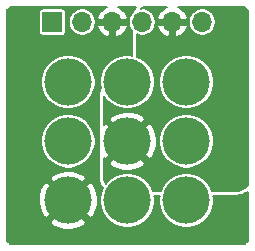
<source format=gbr>
%TF.GenerationSoftware,KiCad,Pcbnew,(5.1.10)-1*%
%TF.CreationDate,2024-02-11T12:05:25-03:30*%
%TF.ProjectId,dpdtFootSwitchBoard,64706474-466f-46f7-9453-776974636842,rev?*%
%TF.SameCoordinates,Original*%
%TF.FileFunction,Copper,L2,Bot*%
%TF.FilePolarity,Positive*%
%FSLAX46Y46*%
G04 Gerber Fmt 4.6, Leading zero omitted, Abs format (unit mm)*
G04 Created by KiCad (PCBNEW (5.1.10)-1) date 2024-02-11 12:05:25*
%MOMM*%
%LPD*%
G01*
G04 APERTURE LIST*
%TA.AperFunction,ComponentPad*%
%ADD10C,4.000000*%
%TD*%
%TA.AperFunction,ComponentPad*%
%ADD11O,1.700000X1.700000*%
%TD*%
%TA.AperFunction,ComponentPad*%
%ADD12R,1.700000X1.700000*%
%TD*%
%TA.AperFunction,Conductor*%
%ADD13C,0.200000*%
%TD*%
%TA.AperFunction,Conductor*%
%ADD14C,0.100000*%
%TD*%
G04 APERTURE END LIST*
D10*
%TO.P,SW1,5*%
%TO.N,Net-(J1-Pad5)*%
X146000000Y-80500000D03*
%TO.P,SW1,1*%
%TO.N,Net-(J1-Pad1)*%
X141000000Y-75500000D03*
%TO.P,SW1,2*%
%TO.N,Net-(J1-Pad2)*%
X141000000Y-80500000D03*
%TO.P,SW1,4*%
%TO.N,Net-(J1-Pad4)*%
X146000000Y-75500000D03*
%TO.P,SW1,7*%
%TO.N,Net-(SW1-Pad7)*%
X151000000Y-75500000D03*
%TO.P,SW1,8*%
%TO.N,Net-(SW1-Pad8)*%
X151000000Y-80500000D03*
%TO.P,SW1,3*%
%TO.N,Net-(J1-Pad3)*%
X141000000Y-85500000D03*
%TO.P,SW1,9*%
%TO.N,Net-(SW1-Pad9)*%
X151000000Y-85500000D03*
%TO.P,SW1,6*%
%TO.N,Net-(J1-Pad6)*%
X146000000Y-85500000D03*
%TD*%
D11*
%TO.P,J1,6*%
%TO.N,Net-(J1-Pad6)*%
X152350000Y-70400000D03*
%TO.P,J1,5*%
%TO.N,Net-(J1-Pad5)*%
X149810000Y-70400000D03*
%TO.P,J1,4*%
%TO.N,Net-(J1-Pad4)*%
X147270000Y-70400000D03*
%TO.P,J1,3*%
%TO.N,Net-(J1-Pad3)*%
X144730000Y-70400000D03*
%TO.P,J1,2*%
%TO.N,Net-(J1-Pad2)*%
X142190000Y-70400000D03*
D12*
%TO.P,J1,1*%
%TO.N,Net-(J1-Pad1)*%
X139650000Y-70400000D03*
%TD*%
D13*
%TO.N,Net-(J1-Pad3)*%
X144122811Y-69194244D02*
X143899247Y-69335869D01*
X143707608Y-69518388D01*
X143555259Y-69734787D01*
X143448055Y-69976749D01*
X143522627Y-70182500D01*
X144512500Y-70182500D01*
X144512500Y-70162500D01*
X144947500Y-70162500D01*
X144947500Y-70182500D01*
X145937373Y-70182500D01*
X146011945Y-69976749D01*
X145904741Y-69734787D01*
X145752392Y-69518388D01*
X145560753Y-69335869D01*
X145337189Y-69194244D01*
X145169997Y-69125000D01*
X146720981Y-69125000D01*
X146624403Y-69262927D01*
X146598256Y-69308214D01*
X146504698Y-69508848D01*
X146487468Y-69556187D01*
X146376737Y-69666918D01*
X146250884Y-69855271D01*
X146164194Y-70064557D01*
X146120000Y-70286735D01*
X146120000Y-70513265D01*
X146164194Y-70735443D01*
X146250884Y-70944729D01*
X146376737Y-71133082D01*
X146400000Y-71156345D01*
X146400000Y-73234505D01*
X146226530Y-73200000D01*
X145773470Y-73200000D01*
X145329115Y-73288387D01*
X144910541Y-73461766D01*
X144533835Y-73713473D01*
X144213473Y-74033835D01*
X143961766Y-74410541D01*
X143788387Y-74829115D01*
X143700000Y-75273470D01*
X143700000Y-75726530D01*
X143754713Y-76001592D01*
X143704698Y-76108848D01*
X143686812Y-76157989D01*
X143629516Y-76371822D01*
X143620436Y-76423320D01*
X143601142Y-76643853D01*
X143600000Y-76670000D01*
X143600000Y-83530000D01*
X143601142Y-83556147D01*
X143620436Y-83776680D01*
X143629516Y-83828178D01*
X143686812Y-84042011D01*
X143704698Y-84091152D01*
X143798256Y-84291786D01*
X143824403Y-84337073D01*
X143929831Y-84487639D01*
X143788387Y-84829115D01*
X143700000Y-85273470D01*
X143700000Y-85726530D01*
X143788387Y-86170885D01*
X143961766Y-86589459D01*
X144213473Y-86966165D01*
X144533835Y-87286527D01*
X144910541Y-87538234D01*
X145329115Y-87711613D01*
X145773470Y-87800000D01*
X146226530Y-87800000D01*
X146670885Y-87711613D01*
X147089459Y-87538234D01*
X147466165Y-87286527D01*
X147786527Y-86966165D01*
X148038234Y-86589459D01*
X148211613Y-86170885D01*
X148300000Y-85726530D01*
X148300000Y-85273470D01*
X148265495Y-85100000D01*
X148734505Y-85100000D01*
X148700000Y-85273470D01*
X148700000Y-85726530D01*
X148788387Y-86170885D01*
X148961766Y-86589459D01*
X149213473Y-86966165D01*
X149533835Y-87286527D01*
X149910541Y-87538234D01*
X150329115Y-87711613D01*
X150773470Y-87800000D01*
X151226530Y-87800000D01*
X151670885Y-87711613D01*
X152089459Y-87538234D01*
X152466165Y-87286527D01*
X152786527Y-86966165D01*
X153038234Y-86589459D01*
X153211613Y-86170885D01*
X153300000Y-85726530D01*
X153300000Y-85273470D01*
X153265495Y-85100000D01*
X155227020Y-85100000D01*
X155253206Y-85098855D01*
X155474065Y-85079503D01*
X155525638Y-85070395D01*
X155739766Y-85012930D01*
X155788969Y-84994993D01*
X155989841Y-84901166D01*
X156035176Y-84874945D01*
X156175000Y-84776849D01*
X156175000Y-88911807D01*
X156125980Y-88981814D01*
X155981814Y-89125980D01*
X155911807Y-89175000D01*
X136088193Y-89175000D01*
X136018186Y-89125980D01*
X135874020Y-88981814D01*
X135825000Y-88911807D01*
X135825000Y-87334707D01*
X139472885Y-87334707D01*
X139704933Y-87652541D01*
X140149756Y-87863835D01*
X140627255Y-87984289D01*
X141119078Y-88009273D01*
X141606325Y-87937828D01*
X142070271Y-87772698D01*
X142295067Y-87652541D01*
X142527115Y-87334707D01*
X141000000Y-85807591D01*
X139472885Y-87334707D01*
X135825000Y-87334707D01*
X135825000Y-85619078D01*
X138490727Y-85619078D01*
X138562172Y-86106325D01*
X138727302Y-86570271D01*
X138847459Y-86795067D01*
X139165293Y-87027115D01*
X140692409Y-85500000D01*
X141307591Y-85500000D01*
X142834707Y-87027115D01*
X143152541Y-86795067D01*
X143363835Y-86350244D01*
X143484289Y-85872745D01*
X143509273Y-85380922D01*
X143437828Y-84893675D01*
X143272698Y-84429729D01*
X143152541Y-84204933D01*
X142834707Y-83972885D01*
X141307591Y-85500000D01*
X140692409Y-85500000D01*
X139165293Y-83972885D01*
X138847459Y-84204933D01*
X138636165Y-84649756D01*
X138515711Y-85127255D01*
X138490727Y-85619078D01*
X135825000Y-85619078D01*
X135825000Y-83665293D01*
X139472885Y-83665293D01*
X141000000Y-85192409D01*
X142527115Y-83665293D01*
X142295067Y-83347459D01*
X141850244Y-83136165D01*
X141372745Y-83015711D01*
X140880922Y-82990727D01*
X140393675Y-83062172D01*
X139929729Y-83227302D01*
X139704933Y-83347459D01*
X139472885Y-83665293D01*
X135825000Y-83665293D01*
X135825000Y-80273470D01*
X138700000Y-80273470D01*
X138700000Y-80726530D01*
X138788387Y-81170885D01*
X138961766Y-81589459D01*
X139213473Y-81966165D01*
X139533835Y-82286527D01*
X139910541Y-82538234D01*
X140329115Y-82711613D01*
X140773470Y-82800000D01*
X141226530Y-82800000D01*
X141670885Y-82711613D01*
X142089459Y-82538234D01*
X142466165Y-82286527D01*
X142786527Y-81966165D01*
X143038234Y-81589459D01*
X143211613Y-81170885D01*
X143300000Y-80726530D01*
X143300000Y-80273470D01*
X143211613Y-79829115D01*
X143038234Y-79410541D01*
X142786527Y-79033835D01*
X142466165Y-78713473D01*
X142089459Y-78461766D01*
X141670885Y-78288387D01*
X141226530Y-78200000D01*
X140773470Y-78200000D01*
X140329115Y-78288387D01*
X139910541Y-78461766D01*
X139533835Y-78713473D01*
X139213473Y-79033835D01*
X138961766Y-79410541D01*
X138788387Y-79829115D01*
X138700000Y-80273470D01*
X135825000Y-80273470D01*
X135825000Y-75273470D01*
X138700000Y-75273470D01*
X138700000Y-75726530D01*
X138788387Y-76170885D01*
X138961766Y-76589459D01*
X139213473Y-76966165D01*
X139533835Y-77286527D01*
X139910541Y-77538234D01*
X140329115Y-77711613D01*
X140773470Y-77800000D01*
X141226530Y-77800000D01*
X141670885Y-77711613D01*
X142089459Y-77538234D01*
X142466165Y-77286527D01*
X142786527Y-76966165D01*
X143038234Y-76589459D01*
X143211613Y-76170885D01*
X143300000Y-75726530D01*
X143300000Y-75273470D01*
X143211613Y-74829115D01*
X143038234Y-74410541D01*
X142786527Y-74033835D01*
X142466165Y-73713473D01*
X142089459Y-73461766D01*
X141670885Y-73288387D01*
X141226530Y-73200000D01*
X140773470Y-73200000D01*
X140329115Y-73288387D01*
X139910541Y-73461766D01*
X139533835Y-73713473D01*
X139213473Y-74033835D01*
X138961766Y-74410541D01*
X138788387Y-74829115D01*
X138700000Y-75273470D01*
X135825000Y-75273470D01*
X135825000Y-69550000D01*
X138498549Y-69550000D01*
X138498549Y-71250000D01*
X138504341Y-71308810D01*
X138521496Y-71365360D01*
X138549353Y-71417477D01*
X138586842Y-71463158D01*
X138632523Y-71500647D01*
X138684640Y-71528504D01*
X138741190Y-71545659D01*
X138800000Y-71551451D01*
X140500000Y-71551451D01*
X140558810Y-71545659D01*
X140615360Y-71528504D01*
X140667477Y-71500647D01*
X140713158Y-71463158D01*
X140750647Y-71417477D01*
X140778504Y-71365360D01*
X140795659Y-71308810D01*
X140801451Y-71250000D01*
X140801451Y-70286735D01*
X141040000Y-70286735D01*
X141040000Y-70513265D01*
X141084194Y-70735443D01*
X141170884Y-70944729D01*
X141296737Y-71133082D01*
X141456918Y-71293263D01*
X141645271Y-71419116D01*
X141854557Y-71505806D01*
X142076735Y-71550000D01*
X142303265Y-71550000D01*
X142525443Y-71505806D01*
X142734729Y-71419116D01*
X142923082Y-71293263D01*
X143083263Y-71133082D01*
X143209116Y-70944729D01*
X143259434Y-70823251D01*
X143448055Y-70823251D01*
X143555259Y-71065213D01*
X143707608Y-71281612D01*
X143899247Y-71464131D01*
X144122811Y-71605756D01*
X144306750Y-71681936D01*
X144512500Y-71605537D01*
X144512500Y-70617500D01*
X144947500Y-70617500D01*
X144947500Y-71605537D01*
X145153250Y-71681936D01*
X145337189Y-71605756D01*
X145560753Y-71464131D01*
X145752392Y-71281612D01*
X145904741Y-71065213D01*
X146011945Y-70823251D01*
X145937373Y-70617500D01*
X144947500Y-70617500D01*
X144512500Y-70617500D01*
X143522627Y-70617500D01*
X143448055Y-70823251D01*
X143259434Y-70823251D01*
X143295806Y-70735443D01*
X143340000Y-70513265D01*
X143340000Y-70286735D01*
X143295806Y-70064557D01*
X143209116Y-69855271D01*
X143083263Y-69666918D01*
X142923082Y-69506737D01*
X142734729Y-69380884D01*
X142525443Y-69294194D01*
X142303265Y-69250000D01*
X142076735Y-69250000D01*
X141854557Y-69294194D01*
X141645271Y-69380884D01*
X141456918Y-69506737D01*
X141296737Y-69666918D01*
X141170884Y-69855271D01*
X141084194Y-70064557D01*
X141040000Y-70286735D01*
X140801451Y-70286735D01*
X140801451Y-69550000D01*
X140795659Y-69491190D01*
X140778504Y-69434640D01*
X140750647Y-69382523D01*
X140713158Y-69336842D01*
X140667477Y-69299353D01*
X140615360Y-69271496D01*
X140558810Y-69254341D01*
X140500000Y-69248549D01*
X138800000Y-69248549D01*
X138741190Y-69254341D01*
X138684640Y-69271496D01*
X138632523Y-69299353D01*
X138586842Y-69336842D01*
X138549353Y-69382523D01*
X138521496Y-69434640D01*
X138504341Y-69491190D01*
X138498549Y-69550000D01*
X135825000Y-69550000D01*
X135825000Y-69388193D01*
X135874020Y-69318186D01*
X136018186Y-69174020D01*
X136088193Y-69125000D01*
X144290003Y-69125000D01*
X144122811Y-69194244D01*
%TA.AperFunction,Conductor*%
D14*
G36*
X144122811Y-69194244D02*
G01*
X143899247Y-69335869D01*
X143707608Y-69518388D01*
X143555259Y-69734787D01*
X143448055Y-69976749D01*
X143522627Y-70182500D01*
X144512500Y-70182500D01*
X144512500Y-70162500D01*
X144947500Y-70162500D01*
X144947500Y-70182500D01*
X145937373Y-70182500D01*
X146011945Y-69976749D01*
X145904741Y-69734787D01*
X145752392Y-69518388D01*
X145560753Y-69335869D01*
X145337189Y-69194244D01*
X145169997Y-69125000D01*
X146720981Y-69125000D01*
X146624403Y-69262927D01*
X146598256Y-69308214D01*
X146504698Y-69508848D01*
X146487468Y-69556187D01*
X146376737Y-69666918D01*
X146250884Y-69855271D01*
X146164194Y-70064557D01*
X146120000Y-70286735D01*
X146120000Y-70513265D01*
X146164194Y-70735443D01*
X146250884Y-70944729D01*
X146376737Y-71133082D01*
X146400000Y-71156345D01*
X146400000Y-73234505D01*
X146226530Y-73200000D01*
X145773470Y-73200000D01*
X145329115Y-73288387D01*
X144910541Y-73461766D01*
X144533835Y-73713473D01*
X144213473Y-74033835D01*
X143961766Y-74410541D01*
X143788387Y-74829115D01*
X143700000Y-75273470D01*
X143700000Y-75726530D01*
X143754713Y-76001592D01*
X143704698Y-76108848D01*
X143686812Y-76157989D01*
X143629516Y-76371822D01*
X143620436Y-76423320D01*
X143601142Y-76643853D01*
X143600000Y-76670000D01*
X143600000Y-83530000D01*
X143601142Y-83556147D01*
X143620436Y-83776680D01*
X143629516Y-83828178D01*
X143686812Y-84042011D01*
X143704698Y-84091152D01*
X143798256Y-84291786D01*
X143824403Y-84337073D01*
X143929831Y-84487639D01*
X143788387Y-84829115D01*
X143700000Y-85273470D01*
X143700000Y-85726530D01*
X143788387Y-86170885D01*
X143961766Y-86589459D01*
X144213473Y-86966165D01*
X144533835Y-87286527D01*
X144910541Y-87538234D01*
X145329115Y-87711613D01*
X145773470Y-87800000D01*
X146226530Y-87800000D01*
X146670885Y-87711613D01*
X147089459Y-87538234D01*
X147466165Y-87286527D01*
X147786527Y-86966165D01*
X148038234Y-86589459D01*
X148211613Y-86170885D01*
X148300000Y-85726530D01*
X148300000Y-85273470D01*
X148265495Y-85100000D01*
X148734505Y-85100000D01*
X148700000Y-85273470D01*
X148700000Y-85726530D01*
X148788387Y-86170885D01*
X148961766Y-86589459D01*
X149213473Y-86966165D01*
X149533835Y-87286527D01*
X149910541Y-87538234D01*
X150329115Y-87711613D01*
X150773470Y-87800000D01*
X151226530Y-87800000D01*
X151670885Y-87711613D01*
X152089459Y-87538234D01*
X152466165Y-87286527D01*
X152786527Y-86966165D01*
X153038234Y-86589459D01*
X153211613Y-86170885D01*
X153300000Y-85726530D01*
X153300000Y-85273470D01*
X153265495Y-85100000D01*
X155227020Y-85100000D01*
X155253206Y-85098855D01*
X155474065Y-85079503D01*
X155525638Y-85070395D01*
X155739766Y-85012930D01*
X155788969Y-84994993D01*
X155989841Y-84901166D01*
X156035176Y-84874945D01*
X156175000Y-84776849D01*
X156175000Y-88911807D01*
X156125980Y-88981814D01*
X155981814Y-89125980D01*
X155911807Y-89175000D01*
X136088193Y-89175000D01*
X136018186Y-89125980D01*
X135874020Y-88981814D01*
X135825000Y-88911807D01*
X135825000Y-87334707D01*
X139472885Y-87334707D01*
X139704933Y-87652541D01*
X140149756Y-87863835D01*
X140627255Y-87984289D01*
X141119078Y-88009273D01*
X141606325Y-87937828D01*
X142070271Y-87772698D01*
X142295067Y-87652541D01*
X142527115Y-87334707D01*
X141000000Y-85807591D01*
X139472885Y-87334707D01*
X135825000Y-87334707D01*
X135825000Y-85619078D01*
X138490727Y-85619078D01*
X138562172Y-86106325D01*
X138727302Y-86570271D01*
X138847459Y-86795067D01*
X139165293Y-87027115D01*
X140692409Y-85500000D01*
X141307591Y-85500000D01*
X142834707Y-87027115D01*
X143152541Y-86795067D01*
X143363835Y-86350244D01*
X143484289Y-85872745D01*
X143509273Y-85380922D01*
X143437828Y-84893675D01*
X143272698Y-84429729D01*
X143152541Y-84204933D01*
X142834707Y-83972885D01*
X141307591Y-85500000D01*
X140692409Y-85500000D01*
X139165293Y-83972885D01*
X138847459Y-84204933D01*
X138636165Y-84649756D01*
X138515711Y-85127255D01*
X138490727Y-85619078D01*
X135825000Y-85619078D01*
X135825000Y-83665293D01*
X139472885Y-83665293D01*
X141000000Y-85192409D01*
X142527115Y-83665293D01*
X142295067Y-83347459D01*
X141850244Y-83136165D01*
X141372745Y-83015711D01*
X140880922Y-82990727D01*
X140393675Y-83062172D01*
X139929729Y-83227302D01*
X139704933Y-83347459D01*
X139472885Y-83665293D01*
X135825000Y-83665293D01*
X135825000Y-80273470D01*
X138700000Y-80273470D01*
X138700000Y-80726530D01*
X138788387Y-81170885D01*
X138961766Y-81589459D01*
X139213473Y-81966165D01*
X139533835Y-82286527D01*
X139910541Y-82538234D01*
X140329115Y-82711613D01*
X140773470Y-82800000D01*
X141226530Y-82800000D01*
X141670885Y-82711613D01*
X142089459Y-82538234D01*
X142466165Y-82286527D01*
X142786527Y-81966165D01*
X143038234Y-81589459D01*
X143211613Y-81170885D01*
X143300000Y-80726530D01*
X143300000Y-80273470D01*
X143211613Y-79829115D01*
X143038234Y-79410541D01*
X142786527Y-79033835D01*
X142466165Y-78713473D01*
X142089459Y-78461766D01*
X141670885Y-78288387D01*
X141226530Y-78200000D01*
X140773470Y-78200000D01*
X140329115Y-78288387D01*
X139910541Y-78461766D01*
X139533835Y-78713473D01*
X139213473Y-79033835D01*
X138961766Y-79410541D01*
X138788387Y-79829115D01*
X138700000Y-80273470D01*
X135825000Y-80273470D01*
X135825000Y-75273470D01*
X138700000Y-75273470D01*
X138700000Y-75726530D01*
X138788387Y-76170885D01*
X138961766Y-76589459D01*
X139213473Y-76966165D01*
X139533835Y-77286527D01*
X139910541Y-77538234D01*
X140329115Y-77711613D01*
X140773470Y-77800000D01*
X141226530Y-77800000D01*
X141670885Y-77711613D01*
X142089459Y-77538234D01*
X142466165Y-77286527D01*
X142786527Y-76966165D01*
X143038234Y-76589459D01*
X143211613Y-76170885D01*
X143300000Y-75726530D01*
X143300000Y-75273470D01*
X143211613Y-74829115D01*
X143038234Y-74410541D01*
X142786527Y-74033835D01*
X142466165Y-73713473D01*
X142089459Y-73461766D01*
X141670885Y-73288387D01*
X141226530Y-73200000D01*
X140773470Y-73200000D01*
X140329115Y-73288387D01*
X139910541Y-73461766D01*
X139533835Y-73713473D01*
X139213473Y-74033835D01*
X138961766Y-74410541D01*
X138788387Y-74829115D01*
X138700000Y-75273470D01*
X135825000Y-75273470D01*
X135825000Y-69550000D01*
X138498549Y-69550000D01*
X138498549Y-71250000D01*
X138504341Y-71308810D01*
X138521496Y-71365360D01*
X138549353Y-71417477D01*
X138586842Y-71463158D01*
X138632523Y-71500647D01*
X138684640Y-71528504D01*
X138741190Y-71545659D01*
X138800000Y-71551451D01*
X140500000Y-71551451D01*
X140558810Y-71545659D01*
X140615360Y-71528504D01*
X140667477Y-71500647D01*
X140713158Y-71463158D01*
X140750647Y-71417477D01*
X140778504Y-71365360D01*
X140795659Y-71308810D01*
X140801451Y-71250000D01*
X140801451Y-70286735D01*
X141040000Y-70286735D01*
X141040000Y-70513265D01*
X141084194Y-70735443D01*
X141170884Y-70944729D01*
X141296737Y-71133082D01*
X141456918Y-71293263D01*
X141645271Y-71419116D01*
X141854557Y-71505806D01*
X142076735Y-71550000D01*
X142303265Y-71550000D01*
X142525443Y-71505806D01*
X142734729Y-71419116D01*
X142923082Y-71293263D01*
X143083263Y-71133082D01*
X143209116Y-70944729D01*
X143259434Y-70823251D01*
X143448055Y-70823251D01*
X143555259Y-71065213D01*
X143707608Y-71281612D01*
X143899247Y-71464131D01*
X144122811Y-71605756D01*
X144306750Y-71681936D01*
X144512500Y-71605537D01*
X144512500Y-70617500D01*
X144947500Y-70617500D01*
X144947500Y-71605537D01*
X145153250Y-71681936D01*
X145337189Y-71605756D01*
X145560753Y-71464131D01*
X145752392Y-71281612D01*
X145904741Y-71065213D01*
X146011945Y-70823251D01*
X145937373Y-70617500D01*
X144947500Y-70617500D01*
X144512500Y-70617500D01*
X143522627Y-70617500D01*
X143448055Y-70823251D01*
X143259434Y-70823251D01*
X143295806Y-70735443D01*
X143340000Y-70513265D01*
X143340000Y-70286735D01*
X143295806Y-70064557D01*
X143209116Y-69855271D01*
X143083263Y-69666918D01*
X142923082Y-69506737D01*
X142734729Y-69380884D01*
X142525443Y-69294194D01*
X142303265Y-69250000D01*
X142076735Y-69250000D01*
X141854557Y-69294194D01*
X141645271Y-69380884D01*
X141456918Y-69506737D01*
X141296737Y-69666918D01*
X141170884Y-69855271D01*
X141084194Y-70064557D01*
X141040000Y-70286735D01*
X140801451Y-70286735D01*
X140801451Y-69550000D01*
X140795659Y-69491190D01*
X140778504Y-69434640D01*
X140750647Y-69382523D01*
X140713158Y-69336842D01*
X140667477Y-69299353D01*
X140615360Y-69271496D01*
X140558810Y-69254341D01*
X140500000Y-69248549D01*
X138800000Y-69248549D01*
X138741190Y-69254341D01*
X138684640Y-69271496D01*
X138632523Y-69299353D01*
X138586842Y-69336842D01*
X138549353Y-69382523D01*
X138521496Y-69434640D01*
X138504341Y-69491190D01*
X138498549Y-69550000D01*
X135825000Y-69550000D01*
X135825000Y-69388193D01*
X135874020Y-69318186D01*
X136018186Y-69174020D01*
X136088193Y-69125000D01*
X144290003Y-69125000D01*
X144122811Y-69194244D01*
G37*
%TD.AperFunction*%
%TD*%
D13*
%TO.N,Net-(J1-Pad5)*%
X149202811Y-69194244D02*
X148979247Y-69335869D01*
X148787608Y-69518388D01*
X148635259Y-69734787D01*
X148528055Y-69976749D01*
X148602627Y-70182500D01*
X149592500Y-70182500D01*
X149592500Y-70162500D01*
X150027500Y-70162500D01*
X150027500Y-70182500D01*
X151017373Y-70182500D01*
X151091945Y-69976749D01*
X150984741Y-69734787D01*
X150832392Y-69518388D01*
X150640753Y-69335869D01*
X150417189Y-69194244D01*
X150249997Y-69125000D01*
X155877333Y-69125000D01*
X155946352Y-69173234D01*
X156090475Y-69317020D01*
X156175001Y-69437367D01*
X156175000Y-84207557D01*
X156123978Y-84280648D01*
X155979769Y-84425195D01*
X155812619Y-84542461D01*
X155627624Y-84628872D01*
X155430422Y-84681795D01*
X155222651Y-84700000D01*
X153158132Y-84700000D01*
X153038234Y-84410541D01*
X152786527Y-84033835D01*
X152466165Y-83713473D01*
X152089459Y-83461766D01*
X151670885Y-83288387D01*
X151226530Y-83200000D01*
X150773470Y-83200000D01*
X150329115Y-83288387D01*
X149910541Y-83461766D01*
X149533835Y-83713473D01*
X149213473Y-84033835D01*
X148961766Y-84410541D01*
X148841868Y-84700000D01*
X148158132Y-84700000D01*
X148038234Y-84410541D01*
X147786527Y-84033835D01*
X147466165Y-83713473D01*
X147089459Y-83461766D01*
X146670885Y-83288387D01*
X146226530Y-83200000D01*
X145773470Y-83200000D01*
X145329115Y-83288387D01*
X144910541Y-83461766D01*
X144533835Y-83713473D01*
X144213473Y-84033835D01*
X144158251Y-84116480D01*
X144157082Y-84114810D01*
X144070919Y-83930034D01*
X144018150Y-83733097D01*
X144000000Y-83525639D01*
X144000000Y-82334707D01*
X144472885Y-82334707D01*
X144704933Y-82652541D01*
X145149756Y-82863835D01*
X145627255Y-82984289D01*
X146119078Y-83009273D01*
X146606325Y-82937828D01*
X147070271Y-82772698D01*
X147295067Y-82652541D01*
X147527115Y-82334707D01*
X146000000Y-80807591D01*
X144472885Y-82334707D01*
X144000000Y-82334707D01*
X144000000Y-81906436D01*
X144165293Y-82027115D01*
X145692409Y-80500000D01*
X146307591Y-80500000D01*
X147834707Y-82027115D01*
X148152541Y-81795067D01*
X148363835Y-81350244D01*
X148484289Y-80872745D01*
X148509273Y-80380922D01*
X148493518Y-80273470D01*
X148700000Y-80273470D01*
X148700000Y-80726530D01*
X148788387Y-81170885D01*
X148961766Y-81589459D01*
X149213473Y-81966165D01*
X149533835Y-82286527D01*
X149910541Y-82538234D01*
X150329115Y-82711613D01*
X150773470Y-82800000D01*
X151226530Y-82800000D01*
X151670885Y-82711613D01*
X152089459Y-82538234D01*
X152466165Y-82286527D01*
X152786527Y-81966165D01*
X153038234Y-81589459D01*
X153211613Y-81170885D01*
X153300000Y-80726530D01*
X153300000Y-80273470D01*
X153211613Y-79829115D01*
X153038234Y-79410541D01*
X152786527Y-79033835D01*
X152466165Y-78713473D01*
X152089459Y-78461766D01*
X151670885Y-78288387D01*
X151226530Y-78200000D01*
X150773470Y-78200000D01*
X150329115Y-78288387D01*
X149910541Y-78461766D01*
X149533835Y-78713473D01*
X149213473Y-79033835D01*
X148961766Y-79410541D01*
X148788387Y-79829115D01*
X148700000Y-80273470D01*
X148493518Y-80273470D01*
X148437828Y-79893675D01*
X148272698Y-79429729D01*
X148152541Y-79204933D01*
X147834707Y-78972885D01*
X146307591Y-80500000D01*
X145692409Y-80500000D01*
X144165293Y-78972885D01*
X144000000Y-79093564D01*
X144000000Y-78665293D01*
X144472885Y-78665293D01*
X146000000Y-80192409D01*
X147527115Y-78665293D01*
X147295067Y-78347459D01*
X146850244Y-78136165D01*
X146372745Y-78015711D01*
X145880922Y-77990727D01*
X145393675Y-78062172D01*
X144929729Y-78227302D01*
X144704933Y-78347459D01*
X144472885Y-78665293D01*
X144000000Y-78665293D01*
X144000000Y-76674361D01*
X144002141Y-76649885D01*
X144213473Y-76966165D01*
X144533835Y-77286527D01*
X144910541Y-77538234D01*
X145329115Y-77711613D01*
X145773470Y-77800000D01*
X146226530Y-77800000D01*
X146670885Y-77711613D01*
X147089459Y-77538234D01*
X147466165Y-77286527D01*
X147786527Y-76966165D01*
X148038234Y-76589459D01*
X148211613Y-76170885D01*
X148300000Y-75726530D01*
X148300000Y-75273470D01*
X148700000Y-75273470D01*
X148700000Y-75726530D01*
X148788387Y-76170885D01*
X148961766Y-76589459D01*
X149213473Y-76966165D01*
X149533835Y-77286527D01*
X149910541Y-77538234D01*
X150329115Y-77711613D01*
X150773470Y-77800000D01*
X151226530Y-77800000D01*
X151670885Y-77711613D01*
X152089459Y-77538234D01*
X152466165Y-77286527D01*
X152786527Y-76966165D01*
X153038234Y-76589459D01*
X153211613Y-76170885D01*
X153300000Y-75726530D01*
X153300000Y-75273470D01*
X153211613Y-74829115D01*
X153038234Y-74410541D01*
X152786527Y-74033835D01*
X152466165Y-73713473D01*
X152089459Y-73461766D01*
X151670885Y-73288387D01*
X151226530Y-73200000D01*
X150773470Y-73200000D01*
X150329115Y-73288387D01*
X149910541Y-73461766D01*
X149533835Y-73713473D01*
X149213473Y-74033835D01*
X148961766Y-74410541D01*
X148788387Y-74829115D01*
X148700000Y-75273470D01*
X148300000Y-75273470D01*
X148211613Y-74829115D01*
X148038234Y-74410541D01*
X147786527Y-74033835D01*
X147466165Y-73713473D01*
X147089459Y-73461766D01*
X146800000Y-73341868D01*
X146800000Y-71450070D01*
X146934557Y-71505806D01*
X147156735Y-71550000D01*
X147383265Y-71550000D01*
X147605443Y-71505806D01*
X147814729Y-71419116D01*
X148003082Y-71293263D01*
X148163263Y-71133082D01*
X148289116Y-70944729D01*
X148339434Y-70823251D01*
X148528055Y-70823251D01*
X148635259Y-71065213D01*
X148787608Y-71281612D01*
X148979247Y-71464131D01*
X149202811Y-71605756D01*
X149386750Y-71681936D01*
X149592500Y-71605537D01*
X149592500Y-70617500D01*
X150027500Y-70617500D01*
X150027500Y-71605537D01*
X150233250Y-71681936D01*
X150417189Y-71605756D01*
X150640753Y-71464131D01*
X150832392Y-71281612D01*
X150984741Y-71065213D01*
X151091945Y-70823251D01*
X151017373Y-70617500D01*
X150027500Y-70617500D01*
X149592500Y-70617500D01*
X148602627Y-70617500D01*
X148528055Y-70823251D01*
X148339434Y-70823251D01*
X148375806Y-70735443D01*
X148420000Y-70513265D01*
X148420000Y-70286735D01*
X151200000Y-70286735D01*
X151200000Y-70513265D01*
X151244194Y-70735443D01*
X151330884Y-70944729D01*
X151456737Y-71133082D01*
X151616918Y-71293263D01*
X151805271Y-71419116D01*
X152014557Y-71505806D01*
X152236735Y-71550000D01*
X152463265Y-71550000D01*
X152685443Y-71505806D01*
X152894729Y-71419116D01*
X153083082Y-71293263D01*
X153243263Y-71133082D01*
X153369116Y-70944729D01*
X153455806Y-70735443D01*
X153500000Y-70513265D01*
X153500000Y-70286735D01*
X153455806Y-70064557D01*
X153369116Y-69855271D01*
X153243263Y-69666918D01*
X153083082Y-69506737D01*
X152894729Y-69380884D01*
X152685443Y-69294194D01*
X152463265Y-69250000D01*
X152236735Y-69250000D01*
X152014557Y-69294194D01*
X151805271Y-69380884D01*
X151616918Y-69506737D01*
X151456737Y-69666918D01*
X151330884Y-69855271D01*
X151244194Y-70064557D01*
X151200000Y-70286735D01*
X148420000Y-70286735D01*
X148375806Y-70064557D01*
X148289116Y-69855271D01*
X148163263Y-69666918D01*
X148003082Y-69506737D01*
X147814729Y-69380884D01*
X147605443Y-69294194D01*
X147383265Y-69250000D01*
X147156735Y-69250000D01*
X147138598Y-69253608D01*
X147218186Y-69174020D01*
X147288193Y-69125000D01*
X149370003Y-69125000D01*
X149202811Y-69194244D01*
%TA.AperFunction,Conductor*%
D14*
G36*
X149202811Y-69194244D02*
G01*
X148979247Y-69335869D01*
X148787608Y-69518388D01*
X148635259Y-69734787D01*
X148528055Y-69976749D01*
X148602627Y-70182500D01*
X149592500Y-70182500D01*
X149592500Y-70162500D01*
X150027500Y-70162500D01*
X150027500Y-70182500D01*
X151017373Y-70182500D01*
X151091945Y-69976749D01*
X150984741Y-69734787D01*
X150832392Y-69518388D01*
X150640753Y-69335869D01*
X150417189Y-69194244D01*
X150249997Y-69125000D01*
X155877333Y-69125000D01*
X155946352Y-69173234D01*
X156090475Y-69317020D01*
X156175001Y-69437367D01*
X156175000Y-84207557D01*
X156123978Y-84280648D01*
X155979769Y-84425195D01*
X155812619Y-84542461D01*
X155627624Y-84628872D01*
X155430422Y-84681795D01*
X155222651Y-84700000D01*
X153158132Y-84700000D01*
X153038234Y-84410541D01*
X152786527Y-84033835D01*
X152466165Y-83713473D01*
X152089459Y-83461766D01*
X151670885Y-83288387D01*
X151226530Y-83200000D01*
X150773470Y-83200000D01*
X150329115Y-83288387D01*
X149910541Y-83461766D01*
X149533835Y-83713473D01*
X149213473Y-84033835D01*
X148961766Y-84410541D01*
X148841868Y-84700000D01*
X148158132Y-84700000D01*
X148038234Y-84410541D01*
X147786527Y-84033835D01*
X147466165Y-83713473D01*
X147089459Y-83461766D01*
X146670885Y-83288387D01*
X146226530Y-83200000D01*
X145773470Y-83200000D01*
X145329115Y-83288387D01*
X144910541Y-83461766D01*
X144533835Y-83713473D01*
X144213473Y-84033835D01*
X144158251Y-84116480D01*
X144157082Y-84114810D01*
X144070919Y-83930034D01*
X144018150Y-83733097D01*
X144000000Y-83525639D01*
X144000000Y-82334707D01*
X144472885Y-82334707D01*
X144704933Y-82652541D01*
X145149756Y-82863835D01*
X145627255Y-82984289D01*
X146119078Y-83009273D01*
X146606325Y-82937828D01*
X147070271Y-82772698D01*
X147295067Y-82652541D01*
X147527115Y-82334707D01*
X146000000Y-80807591D01*
X144472885Y-82334707D01*
X144000000Y-82334707D01*
X144000000Y-81906436D01*
X144165293Y-82027115D01*
X145692409Y-80500000D01*
X146307591Y-80500000D01*
X147834707Y-82027115D01*
X148152541Y-81795067D01*
X148363835Y-81350244D01*
X148484289Y-80872745D01*
X148509273Y-80380922D01*
X148493518Y-80273470D01*
X148700000Y-80273470D01*
X148700000Y-80726530D01*
X148788387Y-81170885D01*
X148961766Y-81589459D01*
X149213473Y-81966165D01*
X149533835Y-82286527D01*
X149910541Y-82538234D01*
X150329115Y-82711613D01*
X150773470Y-82800000D01*
X151226530Y-82800000D01*
X151670885Y-82711613D01*
X152089459Y-82538234D01*
X152466165Y-82286527D01*
X152786527Y-81966165D01*
X153038234Y-81589459D01*
X153211613Y-81170885D01*
X153300000Y-80726530D01*
X153300000Y-80273470D01*
X153211613Y-79829115D01*
X153038234Y-79410541D01*
X152786527Y-79033835D01*
X152466165Y-78713473D01*
X152089459Y-78461766D01*
X151670885Y-78288387D01*
X151226530Y-78200000D01*
X150773470Y-78200000D01*
X150329115Y-78288387D01*
X149910541Y-78461766D01*
X149533835Y-78713473D01*
X149213473Y-79033835D01*
X148961766Y-79410541D01*
X148788387Y-79829115D01*
X148700000Y-80273470D01*
X148493518Y-80273470D01*
X148437828Y-79893675D01*
X148272698Y-79429729D01*
X148152541Y-79204933D01*
X147834707Y-78972885D01*
X146307591Y-80500000D01*
X145692409Y-80500000D01*
X144165293Y-78972885D01*
X144000000Y-79093564D01*
X144000000Y-78665293D01*
X144472885Y-78665293D01*
X146000000Y-80192409D01*
X147527115Y-78665293D01*
X147295067Y-78347459D01*
X146850244Y-78136165D01*
X146372745Y-78015711D01*
X145880922Y-77990727D01*
X145393675Y-78062172D01*
X144929729Y-78227302D01*
X144704933Y-78347459D01*
X144472885Y-78665293D01*
X144000000Y-78665293D01*
X144000000Y-76674361D01*
X144002141Y-76649885D01*
X144213473Y-76966165D01*
X144533835Y-77286527D01*
X144910541Y-77538234D01*
X145329115Y-77711613D01*
X145773470Y-77800000D01*
X146226530Y-77800000D01*
X146670885Y-77711613D01*
X147089459Y-77538234D01*
X147466165Y-77286527D01*
X147786527Y-76966165D01*
X148038234Y-76589459D01*
X148211613Y-76170885D01*
X148300000Y-75726530D01*
X148300000Y-75273470D01*
X148700000Y-75273470D01*
X148700000Y-75726530D01*
X148788387Y-76170885D01*
X148961766Y-76589459D01*
X149213473Y-76966165D01*
X149533835Y-77286527D01*
X149910541Y-77538234D01*
X150329115Y-77711613D01*
X150773470Y-77800000D01*
X151226530Y-77800000D01*
X151670885Y-77711613D01*
X152089459Y-77538234D01*
X152466165Y-77286527D01*
X152786527Y-76966165D01*
X153038234Y-76589459D01*
X153211613Y-76170885D01*
X153300000Y-75726530D01*
X153300000Y-75273470D01*
X153211613Y-74829115D01*
X153038234Y-74410541D01*
X152786527Y-74033835D01*
X152466165Y-73713473D01*
X152089459Y-73461766D01*
X151670885Y-73288387D01*
X151226530Y-73200000D01*
X150773470Y-73200000D01*
X150329115Y-73288387D01*
X149910541Y-73461766D01*
X149533835Y-73713473D01*
X149213473Y-74033835D01*
X148961766Y-74410541D01*
X148788387Y-74829115D01*
X148700000Y-75273470D01*
X148300000Y-75273470D01*
X148211613Y-74829115D01*
X148038234Y-74410541D01*
X147786527Y-74033835D01*
X147466165Y-73713473D01*
X147089459Y-73461766D01*
X146800000Y-73341868D01*
X146800000Y-71450070D01*
X146934557Y-71505806D01*
X147156735Y-71550000D01*
X147383265Y-71550000D01*
X147605443Y-71505806D01*
X147814729Y-71419116D01*
X148003082Y-71293263D01*
X148163263Y-71133082D01*
X148289116Y-70944729D01*
X148339434Y-70823251D01*
X148528055Y-70823251D01*
X148635259Y-71065213D01*
X148787608Y-71281612D01*
X148979247Y-71464131D01*
X149202811Y-71605756D01*
X149386750Y-71681936D01*
X149592500Y-71605537D01*
X149592500Y-70617500D01*
X150027500Y-70617500D01*
X150027500Y-71605537D01*
X150233250Y-71681936D01*
X150417189Y-71605756D01*
X150640753Y-71464131D01*
X150832392Y-71281612D01*
X150984741Y-71065213D01*
X151091945Y-70823251D01*
X151017373Y-70617500D01*
X150027500Y-70617500D01*
X149592500Y-70617500D01*
X148602627Y-70617500D01*
X148528055Y-70823251D01*
X148339434Y-70823251D01*
X148375806Y-70735443D01*
X148420000Y-70513265D01*
X148420000Y-70286735D01*
X151200000Y-70286735D01*
X151200000Y-70513265D01*
X151244194Y-70735443D01*
X151330884Y-70944729D01*
X151456737Y-71133082D01*
X151616918Y-71293263D01*
X151805271Y-71419116D01*
X152014557Y-71505806D01*
X152236735Y-71550000D01*
X152463265Y-71550000D01*
X152685443Y-71505806D01*
X152894729Y-71419116D01*
X153083082Y-71293263D01*
X153243263Y-71133082D01*
X153369116Y-70944729D01*
X153455806Y-70735443D01*
X153500000Y-70513265D01*
X153500000Y-70286735D01*
X153455806Y-70064557D01*
X153369116Y-69855271D01*
X153243263Y-69666918D01*
X153083082Y-69506737D01*
X152894729Y-69380884D01*
X152685443Y-69294194D01*
X152463265Y-69250000D01*
X152236735Y-69250000D01*
X152014557Y-69294194D01*
X151805271Y-69380884D01*
X151616918Y-69506737D01*
X151456737Y-69666918D01*
X151330884Y-69855271D01*
X151244194Y-70064557D01*
X151200000Y-70286735D01*
X148420000Y-70286735D01*
X148375806Y-70064557D01*
X148289116Y-69855271D01*
X148163263Y-69666918D01*
X148003082Y-69506737D01*
X147814729Y-69380884D01*
X147605443Y-69294194D01*
X147383265Y-69250000D01*
X147156735Y-69250000D01*
X147138598Y-69253608D01*
X147218186Y-69174020D01*
X147288193Y-69125000D01*
X149370003Y-69125000D01*
X149202811Y-69194244D01*
G37*
%TD.AperFunction*%
%TD*%
M02*

</source>
